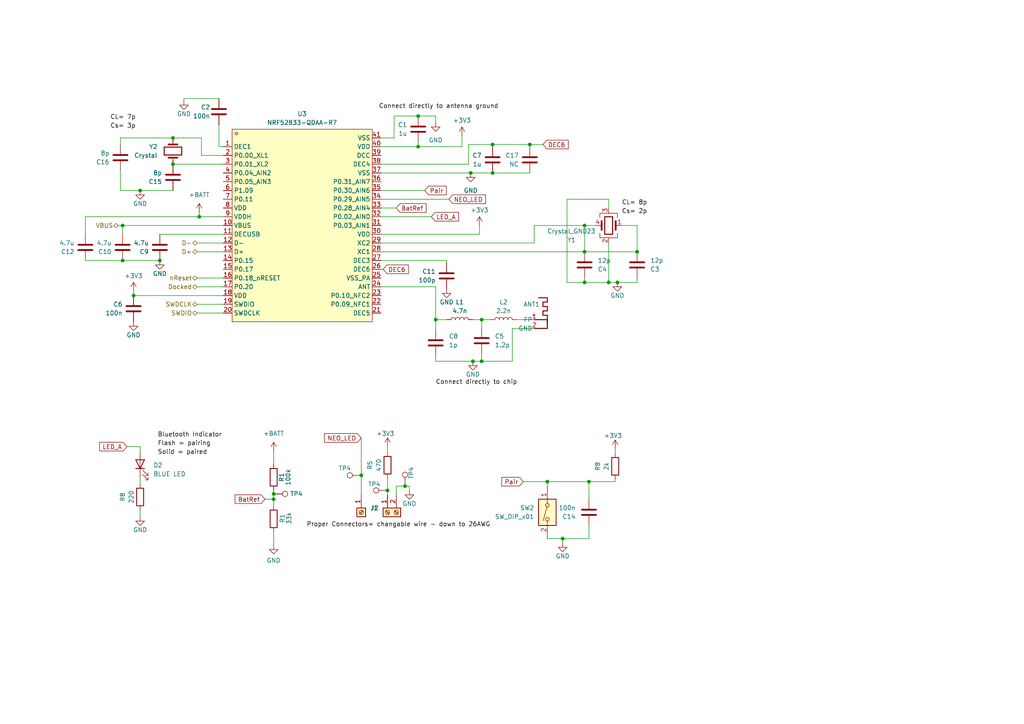
<source format=kicad_sch>
(kicad_sch (version 20230121) (generator eeschema)
  (paper "A4")
  (title_block (title "BLEEarrings (Blade Runner)") (date "2023-10-30") (rev "00.00") (company "Kitty and Dom"))
  (lib_symbols
    (symbol "Connector:Screw_Terminal_01x01" (pin_names (offset 1.016) hide)
      (property "Reference" "J" (at 0 2.54 0))
      (property "Value" "Screw_Terminal_01x01" (at 0 -2.54 0))
      (symbol "Screw_Terminal_01x01_1_1"
        (rectangle (start -1.27 1.27) (end 1.27 -1.27) (stroke (width 0.254)) (fill (type background)))
        (polyline (pts (xy -0.5334 0.3302) (xy 0.3302 -0.508)) (stroke (width 0.1524)))
        (polyline (pts (xy -0.3556 0.508) (xy 0.508 -0.3302)) (stroke (width 0.1524)))
        (circle (center 0 0) (radius 0.635) (stroke (width 0.1524)))
        (pin passive line (at -5.08 0 0) (length 3.81) (name "Pin_1") (number "1"))
      )
    )
    (symbol "Connector:Screw_Terminal_01x02" (pin_names (offset 1.016) hide)
      (property "Reference" "J" (at 0 2.54 0))
      (property "Value" "Screw_Terminal_01x02" (at 0 -5.08 0))
      (symbol "Screw_Terminal_01x02_1_1"
        (rectangle (start -1.27 1.27) (end 1.27 -3.81) (stroke (width 0.254)) (fill (type background)))
        (circle (center 0 -2.54) (radius 0.635) (stroke (width 0.1524)))
        (polyline (pts (xy -0.5334 -2.2098) (xy 0.3302 -3.048)) (stroke (width 0.1524)))
        (polyline (pts (xy -0.5334 0.3302) (xy 0.3302 -0.508)) (stroke (width 0.1524)))
        (polyline (pts (xy -0.3556 -2.032) (xy 0.508 -2.8702)) (stroke (width 0.1524)))
        (polyline (pts (xy -0.3556 0.508) (xy 0.508 -0.3302)) (stroke (width 0.1524)))
        (circle (center 0 0) (radius 0.635) (stroke (width 0.1524)))
        (pin passive line (at -5.08 0 0) (length 3.81) (name "Pin_1") (number "1"))
        (pin passive line (at -5.08 -2.54 0) (length 3.81) (name "Pin_2") (number "2"))
      )
    )
    (symbol "Connector:TestPoint" (pin_numbers hide) (pin_names (offset 0.762) hide)
      (property "Reference" "TP" (at 0 6.858 0))
      (property "Value" "TestPoint" (at 0 5.08 0))
      (symbol "TestPoint_0_1"
        (circle (center 0 3.302) (radius 0.762))
      )
      (symbol "TestPoint_1_1"
        (pin passive line (at 0 0 90) (length 2.54) (name "1") (number "1"))
      )
    )
    (symbol "CustomPads:2.4GHz,_50Ohm_Antenna"
      (property "Reference" "ANT" (at 0 2.286 0))
      (symbol "2.4GHz,_50Ohm_Antenna_1_1"
        (polyline (pts (xy 0 -3.81) (xy 3.81 -3.81) (xy 3.81 -1.27) (xy 0 -1.27)) (stroke (width 0.3)))
        (polyline (pts (xy 1.27 5.08) (xy 3.81 5.08) (xy 3.81 3.81) (xy 2.54 3.81) (xy 2.54 2.54) (xy 3.81 2.54) (xy 3.81 1.27) (xy 2.54 1.27) (xy 2.54 0) (xy 3.81 0) (xy 3.81 -2.54)) (stroke (width 0.3)))
        (pin input line (at 0 -1.27 180) (length 0) (name "FP") (number "1"))
        (pin input line (at 0 -3.81 180) (length 0) (name "GND") (number "2"))
      )
    )
    (symbol "Device:C" (pin_numbers hide) (pin_names (offset 0.254))
      (property "Reference" "C" (at 0.635 2.54 0))
      (property "Value" "C" (at 0.635 -2.54 0))
      (symbol "C_0_1"
        (polyline (pts (xy -2.032 -0.762) (xy 2.032 -0.762)) (stroke (width 0.508)))
        (polyline (pts (xy -2.032 0.762) (xy 2.032 0.762)) (stroke (width 0.508)))
      )
      (symbol "C_1_1"
        (pin passive line (at 0 3.81 270) (length 2.794) (name "~") (number "1"))
        (pin passive line (at 0 -3.81 90) (length 2.794) (name "~") (number "2"))
      )
    )
    (symbol "Device:Crystal" (pin_numbers hide) (pin_names (offset 1.016) hide)
      (property "Reference" "Y" (at 0 3.81 0))
      (property "Value" "Crystal" (at 0 -3.81 0))
      (symbol "Crystal_0_1"
        (rectangle (start -1.143 2.54) (end 1.143 -2.54) (stroke (width 0.3048)))
        (polyline (pts (xy -2.54 0) (xy -1.905 0)))
        (polyline (pts (xy -1.905 -1.27) (xy -1.905 1.27)) (stroke (width 0.508)))
        (polyline (pts (xy 1.905 -1.27) (xy 1.905 1.27)) (stroke (width 0.508)))
        (polyline (pts (xy 2.54 0) (xy 1.905 0)))
      )
      (symbol "Crystal_1_1"
        (pin passive line (at -3.81 0 0) (length 1.27) (name "1") (number "1"))
        (pin passive line (at 3.81 0 180) (length 1.27) (name "2") (number "2"))
      )
    )
    (symbol "Device:Crystal_GND23" (pin_names (offset 1.016) hide)
      (property "Reference" "Y" (at 3.175 5.08 0))
      (property "Value" "Crystal_GND23" (at 3.175 3.175 0))
      (symbol "Crystal_GND23_0_1"
        (rectangle (start -1.143 2.54) (end 1.143 -2.54) (stroke (width 0.3048)))
        (polyline (pts (xy -2.54 0) (xy -2.032 0)))
        (polyline (pts (xy -2.032 -1.27) (xy -2.032 1.27)) (stroke (width 0.508)))
        (polyline (pts (xy 0 -3.81) (xy 0 -3.556)))
        (polyline (pts (xy 0 3.556) (xy 0 3.81)))
        (polyline (pts (xy 2.032 -1.27) (xy 2.032 1.27)) (stroke (width 0.508)))
        (polyline (pts (xy 2.032 0) (xy 2.54 0)))
        (polyline (pts (xy -2.54 -2.286) (xy -2.54 -3.556) (xy 2.54 -3.556) (xy 2.54 -2.286)))
        (polyline (pts (xy -2.54 2.286) (xy -2.54 3.556) (xy 2.54 3.556) (xy 2.54 2.286)))
      )
      (symbol "Crystal_GND23_1_1"
        (pin passive line (at -3.81 0 0) (length 1.27) (name "1") (number "1"))
        (pin passive line (at 0 5.08 270) (length 1.27) (name "2") (number "2"))
        (pin passive line (at 0 -5.08 90) (length 1.27) (name "3") (number "3"))
        (pin passive line (at 3.81 0 180) (length 1.27) (name "4") (number "4"))
      )
    )
    (symbol "Device:L" (pin_numbers hide) (pin_names (offset 1.016) hide)
      (property "Reference" "L" (at -1.27 0 90))
      (property "Value" "L" (at 1.905 0 90))
      (symbol "L_0_1"
        (arc (start 0 -2.54) (mid 0.6323 -1.905) (end 0 -1.27))
        (arc (start 0 -1.27) (mid 0.6323 -0.635) (end 0 0))
        (arc (start 0 0) (mid 0.6323 0.635) (end 0 1.27))
        (arc (start 0 1.27) (mid 0.6323 1.905) (end 0 2.54))
      )
      (symbol "L_1_1"
        (pin passive line (at 0 3.81 270) (length 1.27) (name "1") (number "1"))
        (pin passive line (at 0 -3.81 90) (length 1.27) (name "2") (number "2"))
      )
    )
    (symbol "Device:LED" (pin_numbers hide) (pin_names (offset 1.016) hide)
      (property "Reference" "D" (at 0 2.54 0))
      (property "Value" "LED" (at 0 -2.54 0))
      (symbol "LED_0_1"
        (polyline (pts (xy -1.27 -1.27) (xy -1.27 1.27)) (stroke (width 0.254)))
        (polyline (pts (xy -1.27 0) (xy 1.27 0)))
        (polyline (pts (xy 1.27 -1.27) (xy 1.27 1.27) (xy -1.27 0) (xy 1.27 -1.27)) (stroke (width 0.254)))
        (polyline (pts (xy -3.048 -0.762) (xy -4.572 -2.286) (xy -3.81 -2.286) (xy -4.572 -2.286) (xy -4.572 -1.524)))
        (polyline (pts (xy -1.778 -0.762) (xy -3.302 -2.286) (xy -2.54 -2.286) (xy -3.302 -2.286) (xy -3.302 -1.524)))
      )
      (symbol "LED_1_1"
        (pin passive line (at -3.81 0 0) (length 2.54) (name "K") (number "1"))
        (pin passive line (at 3.81 0 180) (length 2.54) (name "A") (number "2"))
      )
    )
    (symbol "Device:R" (pin_numbers hide) (pin_names (offset 0))
      (property "Reference" "R" (at 2.032 0 90))
      (property "Value" "R" (at 0 0 90))
      (symbol "R_0_1"
        (rectangle (start -1.016 -2.54) (end 1.016 2.54) (stroke (width 0.254)))
      )
      (symbol "R_1_1"
        (pin passive line (at 0 3.81 270) (length 1.27) (name "~") (number "1"))
        (pin passive line (at 0 -3.81 90) (length 1.27) (name "~") (number "2"))
      )
    )
    (symbol "Switch:SW_DIP_x01" (pin_names (offset 0) hide)
      (property "Reference" "SW" (at 0 3.81 0))
      (property "Value" "SW_DIP_x01" (at 0 -3.81 0))
      (symbol "SW_DIP_x01_0_0"
        (circle (center -2.032 0) (radius 0.508))
        (polyline (pts (xy -1.524 0.127) (xy 2.3622 1.1684)))
        (circle (center 2.032 0) (radius 0.508))
      )
      (symbol "SW_DIP_x01_0_1"
        (rectangle (start -3.81 2.54) (end 3.81 -2.54) (stroke (width 0.254)) (fill (type background)))
      )
      (symbol "SW_DIP_x01_1_1"
        (pin passive line (at -7.62 0 0) (length 5.08) (name "~") (number "1"))
        (pin passive line (at 7.62 0 180) (length 5.08) (name "~") (number "2"))
      )
    )
    (symbol "easyeda2kicad:NRF52833-QDAA-R7"
      (property "Reference" "U" (at 0 30.48 0))
      (property "Value" "NRF52833-QDAA-R7" (at 0 -30.48 0))
      (symbol "NRF52833-QDAA-R7_0_1"
        (rectangle (start -20.32 27.94) (end 20.32 -27.94) (fill (type background)))
        (circle (center -19.05 26.67) (radius 0.38))
        (pin unspecified line (at -22.86 22.86 0) (length 2.54) (name "DEC1") (number "1"))
        (pin unspecified line (at -22.86 0 0) (length 2.54) (name "VBUS") (number "10"))
        (pin unspecified line (at -22.86 -2.54 0) (length 2.54) (name "DECUSB") (number "11"))
        (pin unspecified line (at -22.86 -5.08 0) (length 2.54) (name "D-") (number "12"))
        (pin unspecified line (at -22.86 -7.62 0) (length 2.54) (name "D+") (number "13"))
        (pin unspecified line (at -22.86 -10.16 0) (length 2.54) (name "P0.15") (number "14"))
        (pin unspecified line (at -22.86 -12.7 0) (length 2.54) (name "P0.17") (number "15"))
        (pin unspecified line (at -22.86 -15.24 0) (length 2.54) (name "P0.18_nRESET") (number "16"))
        (pin unspecified line (at -22.86 -17.78 0) (length 2.54) (name "P0.20") (number "17"))
        (pin unspecified line (at -22.86 -20.32 0) (length 2.54) (name "VDD") (number "18"))
        (pin unspecified line (at -22.86 -22.86 0) (length 2.54) (name "SWDIO") (number "19"))
        (pin unspecified line (at -22.86 20.32 0) (length 2.54) (name "P0.00_XL1") (number "2"))
        (pin unspecified line (at -22.86 -25.4 0) (length 2.54) (name "SWDCLK") (number "20"))
        (pin unspecified line (at 22.86 -25.4 180) (length 2.54) (name "DEC5") (number "21"))
        (pin unspecified line (at 22.86 -22.86 180) (length 2.54) (name "P0.09_NFC1") (number "22"))
        (pin unspecified line (at 22.86 -20.32 180) (length 2.54) (name "P0.10_NFC2") (number "23"))
        (pin unspecified line (at 22.86 -17.78 180) (length 2.54) (name "ANT") (number "24"))
        (pin unspecified line (at 22.86 -15.24 180) (length 2.54) (name "VSS_PA") (number "25"))
        (pin unspecified line (at 22.86 -12.7 180) (length 2.54) (name "DEC6") (number "26"))
        (pin unspecified line (at 22.86 -10.16 180) (length 2.54) (name "DEC3") (number "27"))
        (pin unspecified line (at 22.86 -7.62 180) (length 2.54) (name "XC1") (number "28"))
        (pin unspecified line (at 22.86 -5.08 180) (length 2.54) (name "XC2") (number "29"))
        (pin unspecified line (at -22.86 17.78 0) (length 2.54) (name "P0.01_XL2") (number "3"))
        (pin unspecified line (at 22.86 -2.54 180) (length 2.54) (name "VDD") (number "30"))
        (pin unspecified line (at 22.86 0 180) (length 2.54) (name "P0.03_AIN1") (number "31"))
        (pin unspecified line (at 22.86 2.54 180) (length 2.54) (name "P0.02_AIN0") (number "32"))
        (pin unspecified line (at 22.86 5.08 180) (length 2.54) (name "P0.28_AIN4") (number "33"))
        (pin unspecified line (at 22.86 7.62 180) (length 2.54) (name "P0.29_AIN5") (number "34"))
        (pin unspecified line (at 22.86 10.16 180) (length 2.54) (name "P0.30_AIN6") (number "35"))
        (pin unspecified line (at 22.86 12.7 180) (length 2.54) (name "P0.31_AIN7") (number "36"))
        (pin unspecified line (at 22.86 15.24 180) (length 2.54) (name "VSS") (number "37"))
        (pin unspecified line (at 22.86 17.78 180) (length 2.54) (name "DEC4") (number "38"))
        (pin unspecified line (at 22.86 20.32 180) (length 2.54) (name "DCC") (number "39"))
        (pin unspecified line (at -22.86 15.24 0) (length 2.54) (name "P0.04_AIN2") (number "4"))
        (pin unspecified line (at 22.86 22.86 180) (length 2.54) (name "VDD") (number "40"))
        (pin unspecified line (at 22.86 25.4 180) (length 2.54) (name "VSS") (number "41"))
        (pin unspecified line (at -22.86 12.7 0) (length 2.54) (name "P0.05_AIN3") (number "5"))
        (pin unspecified line (at -22.86 10.16 0) (length 2.54) (name "P1.09") (number "6"))
        (pin unspecified line (at -22.86 7.62 0) (length 2.54) (name "P0.11") (number "7"))
        (pin unspecified line (at -22.86 5.08 0) (length 2.54) (name "VDD") (number "8"))
        (pin unspecified line (at -22.86 2.54 0) (length 2.54) (name "VDDH") (number "9"))
      )
    )
    (symbol "power:+3V3" (power) (pin_names (offset 0))
      (property "Value" "+3V3" (at 0 3.556 0))
      (symbol "+3V3_0_1"
        (polyline (pts (xy -0.762 1.27) (xy 0 2.54)))
        (polyline (pts (xy 0 0) (xy 0 2.54)))
        (polyline (pts (xy 0 2.54) (xy 0.762 1.27)))
      )
      (symbol "+3V3_1_1"
        (pin power_in line (at 0 0 90) (length 0) hide (name "+3V3") (number "1"))
      )
    )
    (symbol "power:+BATT" (power) (pin_names (offset 0))
      (property "Value" "+BATT" (at 0 3.556 0))
      (symbol "+BATT_0_1"
        (polyline (pts (xy -0.762 1.27) (xy 0 2.54)))
        (polyline (pts (xy 0 0) (xy 0 2.54)))
        (polyline (pts (xy 0 2.54) (xy 0.762 1.27)))
      )
      (symbol "+BATT_1_1"
        (pin power_in line (at 0 0 90) (length 0) hide (name "+BATT") (number "1"))
      )
    )
    (symbol "power:GND" (power) (pin_names (offset 0))
      (property "Value" "GND" (at 0 -3.81 0))
      (symbol "GND_0_1"
        (polyline (pts (xy 0 0) (xy 0 -1.27) (xy 1.27 -1.27) (xy 0 -2.54) (xy -1.27 -1.27) (xy 0 -1.27)))
      )
      (symbol "GND_1_1"
        (pin power_in line (at 0 0 270) (length 0) hide (name "GND") (number "1"))
      )
    )
  )
  (junction (at 50.165 40.005))
  (junction (at 153.67 41.91))
  (junction (at 139.7 92.71))
  (junction (at 40.64 55.245))
  (junction (at 139.7 104.775))
  (junction (at 179.07 81.915))
  (junction (at 169.545 73.025))
  (junction (at 121.285 33.655))
  (junction (at 38.735 85.725))
  (junction (at 35.56 75.565))
  (junction (at 169.545 65.405))
  (junction (at 79.375 143.256))
  (junction (at 117.475 140.9954))
  (junction (at 142.875 50.165))
  (junction (at 170.815 139.7))
  (junction (at 176.53 81.915))
  (junction (at 142.875 41.91))
  (junction (at 57.785 62.865))
  (junction (at 158.75 139.7))
  (junction (at 163.195 156.21))
  (junction (at 104.775 137.8712))
  (junction (at 184.785 73.025))
  (junction (at 79.375 144.78))
  (junction (at 121.285 42.545))
  (junction (at 126.365 92.71))
  (junction (at 136.525 50.165))
  (junction (at 137.16 104.775))
  (junction (at 112.395 142.24))
  (junction (at 46.355 75.565))
  (junction (at 50.165 47.625))
  (junction (at 35.56 65.405))
  (junction (at 169.545 81.915))
  (wire (pts (xy 180.34 65.405) (xy 184.785 65.405)))
  (wire (pts (xy 57.15 80.645) (xy 64.77 80.645)))
  (wire (pts (xy 57.15 73.025) (xy 64.77 73.025)))
  (wire (pts (xy 110.49 57.785) (xy 130.175 57.785)))
  (wire (pts (xy 139.7 92.71) (xy 142.24 92.71)))
  (wire (pts (xy 121.285 42.545) (xy 121.285 41.275)))
  (wire (pts (xy 110.49 78.105) (xy 111.125 78.105)))
  (wire (pts (xy 142.875 41.91) (xy 153.67 41.91)))
  (wire (pts (xy 34.925 40.005) (xy 34.925 41.91)))
  (wire (pts (xy 139.065 65.405) (xy 139.065 67.945)))
  (wire (pts (xy 57.15 88.265) (xy 64.77 88.265)))
  (wire (pts (xy 121.285 33.655) (xy 114.3 33.655)))
  (wire (pts (xy 126.365 104.775) (xy 137.16 104.775)))
  (wire (pts (xy 57.15 90.805) (xy 64.77 90.805)))
  (wire (pts (xy 63.5 42.545) (xy 64.77 42.545)))
  (wire (pts (xy 178.435 139.065) (xy 178.435 139.7)))
  (wire (pts (xy 149.86 92.71) (xy 154.94 92.71)))
  (wire (pts (xy 58.42 40.005) (xy 50.165 40.005)))
  (wire (pts (xy 64.77 65.405) (xy 35.56 65.405)))
  (wire (pts (xy 153.67 41.91) (xy 157.48 41.91)))
  (wire (pts (xy 58.42 40.005) (xy 58.42 45.085)))
  (wire (pts (xy 129.54 75.565) (xy 129.54 76.2)))
  (wire (pts (xy 24.765 62.865) (xy 57.785 62.865)))
  (wire (pts (xy 170.815 156.21) (xy 163.195 156.21)))
  (wire (pts (xy 110.49 60.325) (xy 114.935 60.325)))
  (wire (pts (xy 79.375 143.256) (xy 79.375 144.78)))
  (wire (pts (xy 46.355 67.945) (xy 64.77 67.945)))
  (wire (pts (xy 151.765 139.7) (xy 158.75 139.7)))
  (wire (pts (xy 129.54 75.565) (xy 110.49 75.565)))
  (wire (pts (xy 38.735 85.725) (xy 38.735 84.455)))
  (wire (pts (xy 170.815 152.4) (xy 170.815 156.21)))
  (wire (pts (xy 184.785 73.025) (xy 169.545 73.025)))
  (wire (pts (xy 79.375 142.24) (xy 79.375 143.256)))
  (wire (pts (xy 126.365 33.655) (xy 121.285 33.655)))
  (wire (pts (xy 112.395 129.5654) (xy 112.395 131.1148)))
  (wire (pts (xy 24.765 67.945) (xy 24.765 62.865)))
  (wire (pts (xy 184.785 81.915) (xy 184.785 80.645)))
  (wire (pts (xy 133.985 39.37) (xy 133.985 42.545)))
  (wire (pts (xy 154.94 65.405) (xy 169.545 65.405)))
  (wire (pts (xy 164.465 81.915) (xy 169.545 81.915)))
  (wire (pts (xy 179.07 81.915) (xy 184.785 81.915)))
  (wire (pts (xy 34.925 40.005) (xy 50.165 40.005)))
  (wire (pts (xy 57.785 61.595) (xy 57.785 62.865)))
  (wire (pts (xy 179.07 81.915) (xy 176.53 81.915)))
  (wire (pts (xy 104.775 137.8712) (xy 104.775 143.5354)))
  (wire (pts (xy 40.64 138.43) (xy 40.64 140.335)))
  (wire (pts (xy 163.195 156.21) (xy 163.195 157.48)))
  (wire (pts (xy 126.365 35.56) (xy 126.365 33.655)))
  (wire (pts (xy 133.985 42.545) (xy 121.285 42.545)))
  (wire (pts (xy 178.435 130.175) (xy 178.435 131.445)))
  (wire (pts (xy 79.375 130.81) (xy 79.375 134.62)))
  (wire (pts (xy 169.545 65.405) (xy 169.545 73.025)))
  (wire (pts (xy 50.165 55.245) (xy 40.64 55.245)))
  (wire (pts (xy 164.465 57.785) (xy 164.465 81.915)))
  (wire (pts (xy 184.785 73.025) (xy 184.785 65.405)))
  (wire (pts (xy 148.59 95.25) (xy 154.94 95.25)))
  (wire (pts (xy 24.765 75.565) (xy 35.56 75.565)))
  (wire (pts (xy 76.835 144.78) (xy 79.375 144.78)))
  (wire (pts (xy 126.365 83.185) (xy 126.365 92.71)))
  (wire (pts (xy 110.49 73.025) (xy 169.545 73.025)))
  (wire (pts (xy 176.53 57.785) (xy 164.465 57.785)))
  (wire (pts (xy 110.49 55.245) (xy 123.19 55.245)))
  (wire (pts (xy 110.49 50.165) (xy 136.525 50.165)))
  (wire (pts (xy 36.83 129.54) (xy 40.64 129.54)))
  (wire (pts (xy 142.875 42.545) (xy 142.875 41.91)))
  (wire (pts (xy 154.94 65.405) (xy 154.94 70.485)))
  (wire (pts (xy 136.525 50.165) (xy 142.875 50.165)))
  (wire (pts (xy 163.195 156.21) (xy 158.75 156.21)))
  (wire (pts (xy 112.395 142.24) (xy 112.395 143.5354)))
  (wire (pts (xy 57.785 62.865) (xy 64.77 62.865)))
  (wire (pts (xy 176.53 70.485) (xy 176.53 81.915)))
  (wire (pts (xy 126.365 92.71) (xy 129.54 92.71)))
  (wire (pts (xy 126.365 92.71) (xy 126.365 95.631)))
  (wire (pts (xy 50.165 47.625) (xy 64.77 47.625)))
  (wire (pts (xy 53.34 28.575) (xy 63.5 28.575)))
  (wire (pts (xy 153.67 41.91) (xy 153.67 42.545)))
  (wire (pts (xy 118.745 140.9954) (xy 118.745 142.2654)))
  (wire (pts (xy 34.29 65.405) (xy 35.56 65.405)))
  (wire (pts (xy 137.16 104.775) (xy 139.7 104.775)))
  (wire (pts (xy 154.94 70.485) (xy 110.49 70.485)))
  (wire (pts (xy 110.49 83.185) (xy 126.365 83.185)))
  (wire (pts (xy 142.875 50.165) (xy 153.67 50.165)))
  (wire (pts (xy 38.735 85.725) (xy 64.77 85.725)))
  (wire (pts (xy 176.53 81.915) (xy 169.545 81.915)))
  (wire (pts (xy 170.815 139.7) (xy 178.435 139.7)))
  (wire (pts (xy 169.545 80.645) (xy 169.545 81.915)))
  (wire (pts (xy 58.42 45.085) (xy 64.77 45.085)))
  (wire (pts (xy 110.49 47.625) (xy 135.89 47.625)))
  (wire (pts (xy 135.89 41.91) (xy 135.89 47.625)))
  (wire (pts (xy 35.56 65.405) (xy 35.56 67.945)))
  (wire (pts (xy 110.49 42.545) (xy 121.285 42.545)))
  (wire (pts (xy 112.395 138.7348) (xy 112.395 142.24)))
  (wire (pts (xy 57.15 83.185) (xy 64.77 83.185)))
  (wire (pts (xy 40.64 147.955) (xy 40.64 149.86)))
  (wire (pts (xy 34.925 55.245) (xy 34.925 49.53)))
  (wire (pts (xy 139.7 92.71) (xy 139.7 94.996)))
  (wire (pts (xy 114.3 33.655) (xy 114.3 40.005)))
  (wire (pts (xy 158.75 140.97) (xy 158.75 139.7)))
  (wire (pts (xy 117.475 140.9954) (xy 118.745 140.9954)))
  (wire (pts (xy 35.56 75.565) (xy 46.355 75.565)))
  (wire (pts (xy 114.935 143.5354) (xy 114.935 140.9954)))
  (wire (pts (xy 63.5 42.545) (xy 63.5 36.195)))
  (wire (pts (xy 79.375 154.305) (xy 79.375 158.115)))
  (wire (pts (xy 114.935 140.9954) (xy 117.475 140.9954)))
  (wire (pts (xy 139.7 102.616) (xy 139.7 104.775)))
  (wire (pts (xy 104.775 127.0254) (xy 104.775 137.8712)))
  (wire (pts (xy 170.815 144.78) (xy 170.815 139.7)))
  (wire (pts (xy 40.64 129.54) (xy 40.64 130.81)))
  (wire (pts (xy 148.59 104.775) (xy 139.7 104.775)))
  (wire (pts (xy 176.53 60.325) (xy 176.53 57.785)))
  (wire (pts (xy 137.16 92.71) (xy 139.7 92.71)))
  (wire (pts (xy 57.15 70.485) (xy 64.77 70.485)))
  (wire (pts (xy 126.365 103.251) (xy 126.365 104.775)))
  (wire (pts (xy 125.095 62.865) (xy 110.49 62.865)))
  (wire (pts (xy 142.875 41.91) (xy 135.89 41.91)))
  (wire (pts (xy 158.75 139.7) (xy 170.815 139.7)))
  (wire (pts (xy 110.49 67.945) (xy 139.065 67.945)))
  (wire (pts (xy 79.375 144.78) (xy 79.375 146.685)))
  (wire (pts (xy 53.34 29.21) (xy 53.34 28.575)))
  (wire (pts (xy 40.64 55.245) (xy 34.925 55.245)))
  (wire (pts (xy 172.72 65.405) (xy 169.545 65.405)))
  (wire (pts (xy 148.59 95.25) (xy 148.59 104.775)))
  (wire (pts (xy 114.3 40.005) (xy 110.49 40.005)))
  (label "CL= 7p" (at 39.37 34.925 180))
  (label "Cs= 3p" (at 39.37 37.465 180))
  (label "Connect directly to chip" (at 126.365 111.76 0))
  (label "Cs= 2p" (at 180.34 62.23 0))
  (label "Solid = paired" (at 45.72 132.08 0))
  (label "Proper Connectors= changable wire - down to 26AWG" (at 88.9 153.0604 0))
  (label "Connect directly to antenna ground" (at 109.855 31.75 0))
  (label "CL= 8p" (at 180.34 59.69 0))
  (label "Flash = pairing" (at 45.72 129.54 0))
  (label "Bluetooth Indicator" (at 45.72 127 0))
  (global_label "BatRef" (shape input) (at 76.835 144.78 180) (property "Intersheetrefs" "${INTERSHEET_REFS}" (effects hide)))
  (global_label "LED_A" (shape input) (at 36.83 129.54 180) (property "Intersheetrefs" "${INTERSHEET_REFS}" (effects hide)))
  (global_label "BatRef" (shape input) (at 114.935 60.325 0) (property "Intersheetrefs" "${INTERSHEET_REFS}" (effects hide)))
  (global_label "DEC6" (shape input) (at 111.125 78.105 0) (property "Intersheetrefs" "${INTERSHEET_REFS}" (effects hide)))
  (global_label "DEC6" (shape input) (at 157.48 41.91 0) (property "Intersheetrefs" "${INTERSHEET_REFS}" (effects hide)))
  (global_label "Pair" (shape input) (at 151.765 139.7 180) (property "Intersheetrefs" "${INTERSHEET_REFS}" (effects hide)))
  (global_label "NEO_LED" (shape input) (at 104.775 127.0254 180) (property "Intersheetrefs" "${INTERSHEET_REFS}" (effects hide)))
  (global_label "NEO_LED" (shape input) (at 130.175 57.785 0) (property "Intersheetrefs" "${INTERSHEET_REFS}" (effects hide)))
  (global_label "Pair" (shape input) (at 123.19 55.245 0) (property "Intersheetrefs" "${INTERSHEET_REFS}" (effects hide)))
  (global_label "LED_A" (shape input) (at 125.095 62.865 0) (property "Intersheetrefs" "${INTERSHEET_REFS}" (effects hide)))
  (hierarchical_label "Docked" (shape bidirectional) (at 57.15 83.185 180))
  (hierarchical_label "D-" (shape bidirectional) (at 57.15 70.485 180))
  (hierarchical_label "D+" (shape bidirectional) (at 57.15 73.025 180))
  (hierarchical_label "nReset" (shape bidirectional) (at 57.15 80.645 180))
  (hierarchical_label "SWDIO" (shape bidirectional) (at 57.15 90.805 180))
  (hierarchical_label "VBUS" (shape bidirectional) (at 34.29 65.405 180))
  (hierarchical_label "SWDCLK" (shape bidirectional) (at 57.15 88.265 180))
  (symbol (lib_id "power:GND") (at 179.07 81.915 0) (mirror y) (unit 1)
    (property "Reference" "#PWR03" (effects hide))
    (property "Value" "GND" (at 179.07 85.725 0))
  )
  (symbol (lib_id "power:GND") (at 137.16 104.775 0) (unit 1)
    (property "Reference" "#PWR08" (effects hide))
    (property "Value" "GND" (at 137.16 108.585 0))
  )
  (symbol (lib_id "Device:C") (at 24.765 71.755 180) (unit 1)
    (property "Reference" "C12" (at 21.59 73.025 0) (effects (justify left)))
    (property "Value" "4.7u" (at 21.59 70.485 0) (effects (justify left)))
    (property "Footprint" "Capacitor_SMD:C_0402_1005Metric_Pad0.74x0.62mm_HandSolder" (effects hide))
  )
  (symbol (lib_id "power:+3V3") (at 112.395 129.5654 0) (unit 1)
    (property "Reference" "#PWR016" (effects hide))
    (property "Value" "+3V3" (at 111.76 125.7554 0))
  )
  (symbol (lib_id "Device:C") (at 139.7 98.806 0) (unit 1)
    (property "Reference" "C5" (at 143.51 97.536 0) (effects (justify left)))
    (property "Value" "1.2p" (at 143.51 100.076 0) (effects (justify left)))
    (property "Footprint" "Capacitor_SMD:C_0402_1005Metric_Pad0.74x0.62mm_HandSolder" (effects hide))
  )
  (symbol (lib_id "Device:C") (at 142.875 46.355 0) (unit 1)
    (property "Reference" "C7" (at 139.7 45.085 0) (effects (justify right)))
    (property "Value" "1u" (at 139.7 47.625 0) (effects (justify right)))
    (property "Footprint" "Capacitor_SMD:C_0402_1005Metric_Pad0.74x0.62mm_HandSolder" (effects hide))
  )
  (symbol (lib_id "Device:L") (at 133.35 92.71 90) (unit 1)
    (property "Reference" "L1" (at 133.35 87.63 90))
    (property "Value" "4.7n" (at 133.35 90.17 90))
    (property "Footprint" "Inductor_SMD:L_0402_1005Metric_Pad0.77x0.64mm_HandSolder" (effects hide))
  )
  (symbol (lib_id "power:+BATT") (at 57.785 61.595 0) (unit 1)
    (property "Reference" "#PWR02" (effects hide))
    (property "Value" "+BATT" (at 57.785 56.515 0))
    (instances (project "BLEEarrings" (path "" (reference "#PWR02") (unit 1)) (path "" (reference "#PWR05") (unit 1))))
  )
  (symbol (lib_id "Device:C") (at 169.545 76.835 0) (mirror x) (unit 1)
    (property "Reference" "C4" (at 173.355 78.105 0) (effects (justify left)))
    (property "Value" "12p" (at 173.355 75.565 0) (effects (justify left)))
    (property "Footprint" "Capacitor_SMD:C_0402_1005Metric_Pad0.74x0.62mm_HandSolder" (effects hide))
  )
  (symbol (lib_id "Device:C") (at 153.67 46.355 0) (unit 1)
    (property "Reference" "C17" (at 150.495 45.085 0) (effects (justify right)))
    (property "Value" "NC" (at 150.495 47.625 0) (effects (justify right)))
    (property "Footprint" "Capacitor_SMD:C_0402_1005Metric_Pad0.74x0.62mm_HandSolder" (effects hide))
  )
  (symbol (lib_id "Device:C") (at 184.785 76.835 0) (mirror x) (unit 1)
    (property "Reference" "C3" (at 188.595 78.105 0) (effects (justify left)))
    (property "Value" "12p" (at 188.595 75.565 0) (effects (justify left)))
    (property "Footprint" "Capacitor_SMD:C_0402_1005Metric_Pad0.74x0.62mm_HandSolder" (effects hide))
  )
  (symbol (lib_id "power:GND") (at 79.375 158.115 0) (unit 1)
    (property "Reference" "#PWR027" (effects hide))
    (property "Value" "GND" (at 79.375 162.56 0))
  )
  (symbol (lib_id "Device:C") (at 35.56 71.755 180) (unit 1)
    (property "Reference" "C10" (at 32.385 73.025 0) (effects (justify left)))
    (property "Value" "4.7u" (at 32.385 70.485 0) (effects (justify left)))
    (property "Footprint" "Capacitor_SMD:C_0402_1005Metric_Pad0.74x0.62mm_HandSolder" (effects hide))
  )
  (symbol (lib_id "power:GND") (at 136.525 50.165 0) (unit 1)
    (property "Reference" "#PWR018" (effects hide))
    (property "Value" "GND" (at 136.525 55.245 0))
  )
  (symbol (lib_id "power:GND") (at 40.64 55.245 0) (unit 1)
    (property "Reference" "#PWR015" (effects hide))
    (property "Value" "GND" (at 40.64 59.055 0))
  )
  (symbol (lib_id "Device:C") (at 170.815 148.59 180) (unit 1)
    (property "Reference" "C14" (at 167.005 149.86 0) (effects (justify left)))
    (property "Value" "100n" (at 167.005 147.32 0) (effects (justify left)))
    (property "Footprint" "Capacitor_SMD:C_0402_1005Metric_Pad0.74x0.62mm_HandSolder" (effects hide))
  )
  (symbol (lib_id "Device:L") (at 146.05 92.71 90) (unit 1)
    (property "Reference" "L2" (at 146.05 87.63 90))
    (property "Value" "2.2n" (at 146.05 90.17 90))
    (property "Footprint" "Inductor_SMD:L_0402_1005Metric_Pad0.77x0.64mm_HandSolder" (effects hide))
  )
  (symbol (lib_id "power:+3V3") (at 133.985 39.37 0) (unit 1)
    (property "Reference" "#PWR017" (effects hide))
    (property "Value" "+3V3" (at 133.985 34.925 0))
  )
  (symbol (lib_id "Device:C") (at 46.355 71.755 180) (unit 1)
    (property "Reference" "C9" (at 43.18 73.025 0) (effects (justify left)))
    (property "Value" "4.7u" (at 43.18 70.485 0) (effects (justify left)))
    (property "Footprint" "Capacitor_SMD:C_0402_1005Metric_Pad0.74x0.62mm_HandSolder" (effects hide))
  )
  (symbol (lib_id "Device:R") (at 79.375 150.495 180) (unit 1)
    (property "Reference" "R1" (at 81.915 150.3426 90))
    (property "Value" "33k" (at 83.82 150.3426 90))
    (property "Footprint" "Resistor_SMD:R_0402_1005Metric_Pad0.72x0.64mm_HandSolder" (effects hide))
    (instances (project "BLEEarrings" (path "" (reference "R1") (unit 1)) (path "" (reference "R14") (unit 1))))
  )
  (symbol (lib_id "Device:Crystal") (at 50.165 43.815 270) (mirror x) (unit 1)
    (property "Reference" "Y2" (at 45.72 42.545 90) (effects (justify right)))
    (property "Value" "Crystal" (at 45.72 45.085 90) (effects (justify right)))
    (property "Footprint" "easyeda2kicad:CRYSTAL-SMD_L1.6-W1.0" (effects hide))
  )
  (symbol (lib_id "power:+3V3") (at 38.735 84.455 0) (unit 1)
    (property "Reference" "#PWR07" (effects hide))
    (property "Value" "+3V3" (at 38.735 80.01 0))
  )
  (symbol (lib_id "Connector:TestPoint") (at 104.775 137.8712 90) (unit 1)
    (property "Reference" "TP4" (at 100.0252 135.8392 90))
    (property "Value" "TestPoint" (effects hide))
    (property "Footprint" "TestPoint:TestPoint_Pad_D1.0mm" (effects hide))
    (instances (project "BLEEarrings" (path "" (reference "TP4") (unit 1)) (path "" (reference "TP10") (unit 1))))
  )
  (symbol (lib_id "power:GND") (at 38.735 93.345 0) (unit 1)
    (property "Reference" "#PWR010" (effects hide))
    (property "Value" "GND" (at 38.735 97.155 0))
  )
  (symbol (lib_id "Device:C") (at 38.735 89.535 0) (unit 1)
    (property "Reference" "C6" (at 35.56 88.265 0) (effects (justify right)))
    (property "Value" "100n" (at 35.56 90.805 0) (effects (justify right)))
    (property "Footprint" "Capacitor_SMD:C_0402_1005Metric_Pad0.74x0.62mm_HandSolder" (effects hide))
  )
  (symbol (lib_id "Switch:SW_DIP_x01") (at 158.75 148.59 90) (mirror x) (unit 1)
    (property "Reference" "SW2" (at 154.94 147.32 90) (effects (justify left)))
    (property "Value" "SW_DIP_x01" (at 154.94 149.86 90) (effects (justify left)))
    (property "Footprint" "easyeda2kicad:KEY-SMD_L3.0-W2.5-LS4.0" (effects hide))
  )
  (symbol (lib_id "Connector:TestPoint") (at 112.395 142.24 90) (unit 1)
    (property "Reference" "TP4" (at 108.5596 140.4366 90))
    (property "Value" "TestPoint" (effects hide))
    (property "Footprint" "TestPoint:TestPoint_Pad_D1.0mm" (effects hide))
    (instances (project "BLEEarrings" (path "" (reference "TP4") (unit 1)) (path "" (reference "TP11") (unit 1))))
  )
  (symbol (lib_id "power:+3V3") (at 139.065 65.405 0) (unit 1)
    (property "Reference" "#PWR019" (effects hide))
    (property "Value" "+3V3" (at 139.065 60.96 0))
  )
  (symbol (lib_id "Connector:TestPoint") (at 79.375 143.256 270) (unit 1)
    (property "Reference" "TP4" (at 84.1248 143.2306 90) (effects (justify left)))
    (property "Value" "TestPoint" (effects hide))
    (property "Footprint" "TestPoint:TestPoint_Pad_D1.0mm" (effects hide))
    (instances (project "BLEEarrings" (path "" (reference "TP4") (unit 1)) (path "" (reference "TP9") (unit 1))))
  )
  (symbol (lib_id "power:GND") (at 126.365 35.56 0) (unit 1)
    (property "Reference" "#PWR09" (effects hide))
    (property "Value" "GND" (at 126.365 40.64 0))
  )
  (symbol (lib_id "power:+BATT") (at 79.375 130.81 0) (unit 1)
    (property "Reference" "#PWR026" (effects hide))
    (property "Value" "+BATT" (at 79.375 125.73 0))
  )
  (symbol (lib_id "Device:R") (at 178.435 135.255 180) (unit 1)
    (property "Reference" "R8" (at 173.355 135.255 90))
    (property "Value" "2k" (at 175.895 135.255 90))
    (property "Footprint" "Resistor_SMD:R_0402_1005Metric_Pad0.72x0.64mm_HandSolder" (effects hide))
    (instances (project "BLEEarrings" (path "" (reference "R8") (unit 1)) (path "" (reference "R2") (unit 1))))
  )
  (symbol (lib_id "Device:R") (at 112.395 134.9248 180) (unit 1)
    (property "Reference" "R5" (at 107.315 134.9248 90))
    (property "Value" "470" (at 109.855 134.9248 90))
    (property "Footprint" "Resistor_SMD:R_0402_1005Metric_Pad0.72x0.64mm_HandSolder" (effects hide))
    (instances (project "BLEEarrings" (path "" (reference "R5") (unit 1)) (path "" (reference "R9") (unit 1))))
  )
  (symbol (lib_id "Device:C") (at 50.165 51.435 180) (unit 1)
    (property "Reference" "C15" (at 46.99 52.705 0) (effects (justify left)))
    (property "Value" "8p" (at 46.99 50.165 0) (effects (justify left)))
    (property "Footprint" "Capacitor_SMD:C_0402_1005Metric_Pad0.74x0.62mm_HandSolder" (effects hide))
  )
  (symbol (lib_id "power:GND") (at 163.195 157.48 0) (unit 1)
    (property "Reference" "#PWR013" (effects hide))
    (property "Value" "GND" (at 163.195 161.29 0))
  )
  (symbol (lib_id "Connector:Screw_Terminal_01x02") (at 112.395 148.6154 90) (mirror x) (unit 1)
    (property "Reference" "J2" (at 109.855 147.3454 90) (effects (justify left)))
    (property "Value" "Screw_Terminal_01x02" (effects hide))
    (property "Footprint" "easyeda2kicad:CONN-SMD_2059-302" (effects hide))
  )
  (symbol (lib_id "Device:C") (at 63.5 32.385 0) (unit 1)
    (property "Reference" "C2" (at 60.96 31.115 0) (effects (justify right)))
    (property "Value" "100n" (at 60.96 33.655 0) (effects (justify right)))
    (property "Footprint" "Capacitor_SMD:C_0402_1005Metric_Pad0.74x0.62mm_HandSolder" (effects hide))
  )
  (symbol (lib_id "power:GND") (at 40.64 149.86 0) (unit 1)
    (property "Reference" "#PWR020" (effects hide))
    (property "Value" "GND" (at 40.64 153.67 0))
  )
  (symbol (lib_id "Device:C") (at 129.54 80.01 0) (unit 1)
    (property "Reference" "C11" (at 126.365 78.74 0) (effects (justify right)))
    (property "Value" "100p" (at 126.365 81.28 0) (effects (justify right)))
    (property "Footprint" "Capacitor_SMD:C_0402_1005Metric_Pad0.74x0.62mm_HandSolder" (effects hide))
  )
  (symbol (lib_id "CustomPads:2.4GHz,_50Ohm_Antenna") (at 154.94 91.44 0) (unit 1)
    (property "Reference" "ANT1" (at 151.765 88.265 0) (effects (justify left)))
    (property "Value" "~" (at 154.94 91.44 0))
    (property "Footprint" "RF_Antenna:Texas_SWRA117D_2.4GHz_Left" (effects hide))
  )
  (symbol (lib_id "Connector:Screw_Terminal_01x01") (at 104.775 148.6154 270) (unit 1)
    (property "Reference" "J1" (at 107.315 147.3454 90) (effects (justify left)))
    (property "Value" "Screw_Terminal_01x01" (effects hide))
    (property "Footprint" "easyeda2kicad:CONN-SMD_custom1" (effects hide))
  )
  (symbol (lib_id "Device:C") (at 126.365 99.441 0) (unit 1)
    (property "Reference" "C8" (at 130.175 97.536 0) (effects (justify left)))
    (property "Value" "1p" (at 130.175 100.076 0) (effects (justify left)))
    (property "Footprint" "Capacitor_SMD:C_0402_1005Metric_Pad0.74x0.62mm_HandSolder" (effects hide))
  )
  (symbol (lib_id "easyeda2kicad:NRF52833-QDAA-R7") (at 87.63 65.405 0) (unit 1)
    (property "Reference" "U3" (at 87.63 33.02 0))
    (property "Value" "NRF52833-QDAA-R7" (at 87.63 35.56 0))
    (property "Footprint" "easyeda2kicad:QFN-40_L5.0-W5.0-P0.40-TL-EP3.6" (effects hide))
    (property "LCSC Part" "C3007767" (effects hide))
  )
  (symbol (lib_id "Device:R") (at 79.375 138.43 180) (unit 1)
    (property "Reference" "R1" (at 81.661 138.43 90))
    (property "Value" "100k" (at 83.566 138.43 90))
    (property "Footprint" "Resistor_SMD:R_0402_1005Metric_Pad0.72x0.64mm_HandSolder" (effects hide))
    (instances (project "BLEEarrings" (path "" (reference "R1") (unit 1)) (path "" (reference "R13") (unit 1))))
  )
  (symbol (lib_id "power:GND") (at 46.355 75.565 0) (unit 1)
    (property "Reference" "#PWR011" (effects hide))
    (property "Value" "GND" (at 46.355 79.375 0))
  )
  (symbol (lib_id "power:GND") (at 129.54 83.82 0) (mirror y) (unit 1)
    (property "Reference" "#PWR021" (effects hide))
    (property "Value" "GND" (at 129.54 87.63 0))
  )
  (symbol (lib_id "Device:C") (at 121.285 37.465 0) (unit 1)
    (property "Reference" "C1" (at 118.11 36.195 0) (effects (justify right)))
    (property "Value" "1u" (at 118.11 38.735 0) (effects (justify right)))
    (property "Footprint" "Capacitor_SMD:C_0402_1005Metric_Pad0.74x0.62mm_HandSolder" (effects hide))
  )
  (symbol (lib_id "Connector:TestPoint") (at 117.475 140.9954 0) (unit 1)
    (property "Reference" "TP4" (at 119.2784 137.16 90))
    (property "Value" "TestPoint" (effects hide))
    (property "Footprint" "TestPoint:TestPoint_Pad_D2.0mm" (effects hide))
    (instances (project "BLEEarrings" (path "" (reference "TP4") (unit 1)) (path "" (reference "TP16") (unit 1))))
  )
  (symbol (lib_id "power:+3V3") (at 178.435 130.175 0) (unit 1)
    (property "Reference" "#PWR014" (effects hide))
    (property "Value" "+3V3" (at 177.8 126.365 0))
  )
  (symbol (lib_id "power:GND") (at 118.745 142.2654 0) (unit 1)
    (property "Reference" "#PWR034" (effects hide))
    (property "Value" "GND" (at 118.745 146.0754 0))
  )
  (symbol (lib_id "Device:R") (at 40.64 144.145 180) (unit 1)
    (property "Reference" "R8" (at 35.56 144.145 90))
    (property "Value" "220" (at 38.1 144.145 90))
    (property "Footprint" "Resistor_SMD:R_0402_1005Metric_Pad0.72x0.64mm_HandSolder" (effects hide))
    (instances (project "BLEEarrings" (path "" (reference "R8") (unit 1)) (path "" (reference "R12") (unit 1))))
  )
  (symbol (lib_id "Device:C") (at 34.925 45.72 180) (unit 1)
    (property "Reference" "C16" (at 31.75 46.99 0) (effects (justify left)))
    (property "Value" "8p" (at 31.75 44.45 0) (effects (justify left)))
    (property "Footprint" "Capacitor_SMD:C_0402_1005Metric_Pad0.74x0.62mm_HandSolder" (effects hide))
  )
  (symbol (lib_id "Device:Crystal_GND23") (at 176.53 65.405 180) (unit 1)
    (property "Reference" "Y1" (at 165.735 69.5959 0))
    (property "Value" "Crystal_GND23" (at 165.735 67.0559 0))
    (property "Footprint" "easyeda2kicad:CRYSTAL-SMD_4P-L2.0-W1.6-BL" (effects hide))
  )
  (symbol (lib_id "power:GND") (at 53.34 29.21 0) (mirror y) (unit 1)
    (property "Reference" "#PWR012" (effects hide))
    (property "Value" "GND" (at 53.34 33.02 0))
  )
  (symbol (lib_id "Device:LED") (at 40.64 134.62 90) (unit 1)
    (property "Reference" "D2" (at 44.45 134.9375 90) (effects (justify right)))
    (property "Value" "BLUE LED" (at 44.45 137.4775 90) (effects (justify right)))
    (property "Footprint" "LED_SMD:LED_0603_1608Metric_Pad1.05x0.95mm_HandSolder" (effects hide))
    (instances (project "BLEEarrings" (path "" (reference "D2") (unit 1)) (path "" (reference "D4") (unit 1))))
  )
)
</source>
